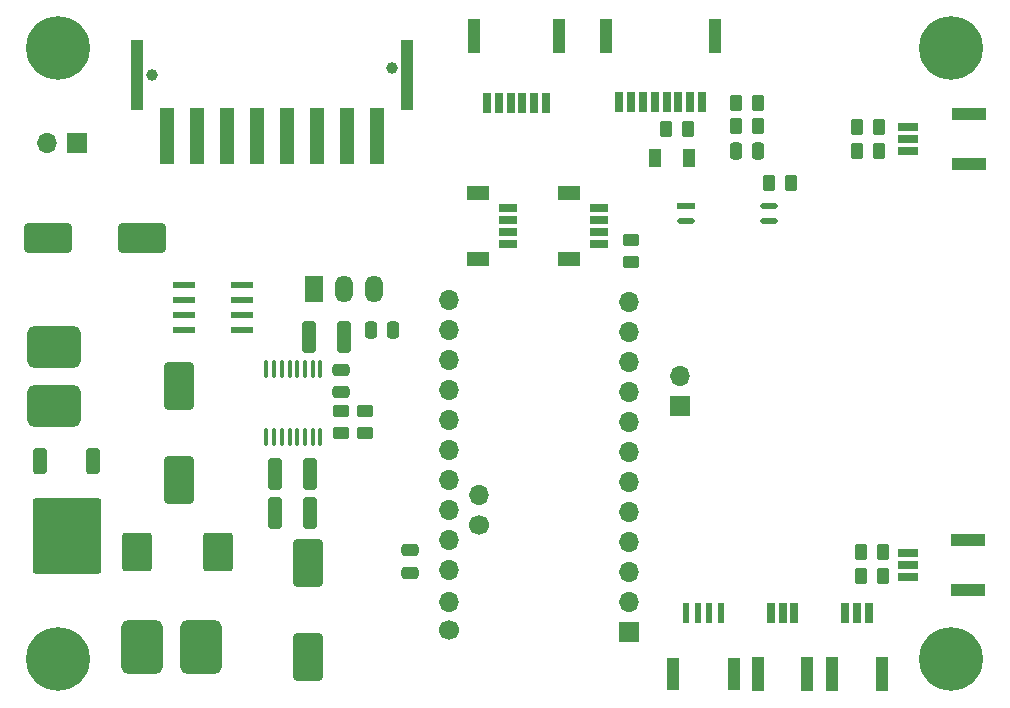
<source format=gts>
%TF.GenerationSoftware,KiCad,Pcbnew,8.0.4*%
%TF.CreationDate,2024-10-19T12:15:15-07:00*%
%TF.ProjectId,camera_controller,63616d65-7261-45f6-936f-6e74726f6c6c,1.0*%
%TF.SameCoordinates,Original*%
%TF.FileFunction,Soldermask,Top*%
%TF.FilePolarity,Negative*%
%FSLAX46Y46*%
G04 Gerber Fmt 4.6, Leading zero omitted, Abs format (unit mm)*
G04 Created by KiCad (PCBNEW 8.0.4) date 2024-10-19 12:15:15*
%MOMM*%
%LPD*%
G01*
G04 APERTURE LIST*
G04 Aperture macros list*
%AMRoundRect*
0 Rectangle with rounded corners*
0 $1 Rounding radius*
0 $2 $3 $4 $5 $6 $7 $8 $9 X,Y pos of 4 corners*
0 Add a 4 corners polygon primitive as box body*
4,1,4,$2,$3,$4,$5,$6,$7,$8,$9,$2,$3,0*
0 Add four circle primitives for the rounded corners*
1,1,$1+$1,$2,$3*
1,1,$1+$1,$4,$5*
1,1,$1+$1,$6,$7*
1,1,$1+$1,$8,$9*
0 Add four rect primitives between the rounded corners*
20,1,$1+$1,$2,$3,$4,$5,0*
20,1,$1+$1,$4,$5,$6,$7,0*
20,1,$1+$1,$6,$7,$8,$9,0*
20,1,$1+$1,$8,$9,$2,$3,0*%
G04 Aperture macros list end*
%ADD10R,1.549400X0.660400*%
%ADD11R,1.905000X1.295400*%
%ADD12R,2.895600X1.092200*%
%ADD13R,1.803400X0.660400*%
%ADD14RoundRect,0.250000X-0.262500X-0.450000X0.262500X-0.450000X0.262500X0.450000X-0.262500X0.450000X0*%
%ADD15R,0.600000X1.700000*%
%ADD16R,1.000000X2.800000*%
%ADD17R,1.092200X2.895600*%
%ADD18R,0.660400X1.701800*%
%ADD19RoundRect,0.250000X-1.000000X1.750000X-1.000000X-1.750000X1.000000X-1.750000X1.000000X1.750000X0*%
%ADD20RoundRect,0.250000X0.250000X0.475000X-0.250000X0.475000X-0.250000X-0.475000X0.250000X-0.475000X0*%
%ADD21RoundRect,0.250000X-0.325000X-1.100000X0.325000X-1.100000X0.325000X1.100000X-0.325000X1.100000X0*%
%ADD22RoundRect,0.250000X0.262500X0.450000X-0.262500X0.450000X-0.262500X-0.450000X0.262500X-0.450000X0*%
%ADD23R,1.500000X2.300000*%
%ADD24O,1.500000X2.300000*%
%ADD25R,1.700000X1.700000*%
%ADD26O,1.700000X1.700000*%
%ADD27C,1.000000*%
%ADD28R,1.300000X4.700000*%
%ADD29R,1.100000X6.000000*%
%ADD30RoundRect,0.250000X0.450000X-0.262500X0.450000X0.262500X-0.450000X0.262500X-0.450000X-0.262500X0*%
%ADD31C,0.800000*%
%ADD32C,5.400000*%
%ADD33R,0.660400X1.803400*%
%ADD34RoundRect,0.250000X1.000000X-1.750000X1.000000X1.750000X-1.000000X1.750000X-1.000000X-1.750000X0*%
%ADD35RoundRect,0.250000X-0.450000X0.262500X-0.450000X-0.262500X0.450000X-0.262500X0.450000X0.262500X0*%
%ADD36RoundRect,0.250000X-0.250000X-0.475000X0.250000X-0.475000X0.250000X0.475000X-0.250000X0.475000X0*%
%ADD37RoundRect,0.250000X1.750000X1.000000X-1.750000X1.000000X-1.750000X-1.000000X1.750000X-1.000000X0*%
%ADD38RoundRect,0.100000X0.100000X-0.637500X0.100000X0.637500X-0.100000X0.637500X-0.100000X-0.637500X0*%
%ADD39R,1.981200X0.558800*%
%ADD40RoundRect,0.500000X1.750000X-1.250000X1.750000X1.250000X-1.750000X1.250000X-1.750000X-1.250000X0*%
%ADD41RoundRect,0.250000X-0.475000X0.250000X-0.475000X-0.250000X0.475000X-0.250000X0.475000X0.250000X0*%
%ADD42C,1.700000*%
%ADD43RoundRect,0.250000X-1.000000X1.400000X-1.000000X-1.400000X1.000000X-1.400000X1.000000X1.400000X0*%
%ADD44RoundRect,0.500000X-1.250000X-1.750000X1.250000X-1.750000X1.250000X1.750000X-1.250000X1.750000X0*%
%ADD45RoundRect,0.250000X0.475000X-0.250000X0.475000X0.250000X-0.475000X0.250000X-0.475000X-0.250000X0*%
%ADD46R,1.104900X1.498600*%
%ADD47R,1.524000X0.508000*%
%ADD48O,1.524000X0.508000*%
%ADD49RoundRect,0.250000X-0.350000X0.850000X-0.350000X-0.850000X0.350000X-0.850000X0.350000X0.850000X0*%
%ADD50RoundRect,0.249997X-2.650003X2.950003X-2.650003X-2.950003X2.650003X-2.950003X2.650003X2.950003X0*%
G04 APERTURE END LIST*
D10*
%TO.C,J8*%
X69182201Y-40300000D03*
X69182201Y-39299999D03*
X69182201Y-38300001D03*
X69182201Y-37300000D03*
D11*
X66602201Y-41599999D03*
X66602201Y-36000001D03*
%TD*%
D10*
%TO.C,J7*%
X61482200Y-40297799D03*
X61482200Y-39297798D03*
X61482200Y-38297800D03*
X61482200Y-37297799D03*
D11*
X58902200Y-41597798D03*
X58902200Y-35997800D03*
%TD*%
D12*
%TO.C,J6*%
X100453600Y-65400002D03*
X100453600Y-69599998D03*
D13*
X95303600Y-68500001D03*
X95303600Y-67500000D03*
X95303600Y-66499999D03*
%TD*%
D14*
%TO.C,R25*%
X80787500Y-28350000D03*
X82612500Y-28350000D03*
%TD*%
D15*
%TO.C,J13*%
X76525000Y-71600000D03*
X77525000Y-71600000D03*
X78525000Y-71600000D03*
X79525000Y-71600000D03*
D16*
X75425000Y-76750000D03*
X80625000Y-76750000D03*
%TD*%
D17*
%TO.C,J10*%
X69800000Y-22691426D03*
X79000000Y-22666660D03*
D18*
X70900000Y-28300000D03*
X71900000Y-28300000D03*
X72900001Y-28300000D03*
X73899999Y-28300000D03*
X74900000Y-28300000D03*
X75900000Y-28300000D03*
X76900000Y-28300000D03*
X77900000Y-28300000D03*
%TD*%
D19*
%TO.C,C1*%
X44500000Y-67300000D03*
X44500000Y-75300000D03*
%TD*%
D20*
%TO.C,C4*%
X51750000Y-47600000D03*
X49850000Y-47600000D03*
%TD*%
D21*
%TO.C,C17*%
X41725000Y-59800000D03*
X44675000Y-59800000D03*
%TD*%
%TO.C,C16*%
X41725000Y-63100000D03*
X44675000Y-63100000D03*
%TD*%
D22*
%TO.C,R15*%
X92887500Y-32450000D03*
X91062500Y-32450000D03*
%TD*%
%TO.C,R18*%
X93212500Y-66400000D03*
X91387500Y-66400000D03*
%TD*%
D23*
%TO.C,U1*%
X45053000Y-44107500D03*
D24*
X47593000Y-44107500D03*
X50133000Y-44107500D03*
%TD*%
D25*
%TO.C,J16*%
X25000000Y-31800000D03*
D26*
X22460000Y-31800000D03*
%TD*%
D22*
%TO.C,R17*%
X93212500Y-68400000D03*
X91387500Y-68400000D03*
%TD*%
D27*
%TO.C,J9*%
X31370000Y-26000000D03*
X51690000Y-25400000D03*
D28*
X50420000Y-31150000D03*
X47880000Y-31150000D03*
X45340000Y-31150000D03*
X42800000Y-31150000D03*
X40260000Y-31150000D03*
X37720000Y-31150000D03*
X35180000Y-31150000D03*
X32640000Y-31150000D03*
D29*
X52960000Y-26000000D03*
X30100000Y-26000000D03*
%TD*%
D30*
%TO.C,R19*%
X47300000Y-56312500D03*
X47300000Y-54487500D03*
%TD*%
D31*
%TO.C,*%
X96915000Y-23735000D03*
X97508109Y-22303109D03*
X97508109Y-25166891D03*
X98940000Y-21710000D03*
D32*
X98940000Y-23735000D03*
D31*
X98940000Y-25760000D03*
X100371891Y-22303109D03*
X100371891Y-25166891D03*
X100965000Y-23735000D03*
%TD*%
D17*
%TO.C,J15*%
X93124996Y-76700000D03*
X88925000Y-76700000D03*
D33*
X90024997Y-71550000D03*
X91024998Y-71550000D03*
X92024999Y-71550000D03*
%TD*%
D34*
%TO.C,C2*%
X33600000Y-60300000D03*
X33600000Y-52300000D03*
%TD*%
D35*
%TO.C,R21*%
X71850000Y-39975000D03*
X71850000Y-41800000D03*
%TD*%
D14*
%TO.C,R26*%
X80787500Y-30350000D03*
X82612500Y-30350000D03*
%TD*%
D21*
%TO.C,C3*%
X44625000Y-48200000D03*
X47575000Y-48200000D03*
%TD*%
D31*
%TO.C,*%
X21375000Y-75415000D03*
X21968109Y-73983109D03*
X21968109Y-76846891D03*
X23400000Y-73390000D03*
D32*
X23400000Y-75415000D03*
D31*
X23400000Y-77440000D03*
X24831891Y-73983109D03*
X24831891Y-76846891D03*
X25425000Y-75415000D03*
%TD*%
D36*
%TO.C,C13*%
X80750000Y-32450000D03*
X82650000Y-32450000D03*
%TD*%
D37*
%TO.C,C20*%
X30500000Y-39800000D03*
X22500000Y-39800000D03*
%TD*%
D38*
%TO.C,U4*%
X41025000Y-56662500D03*
X41675000Y-56662500D03*
X42325000Y-56662500D03*
X42975000Y-56662500D03*
X43625000Y-56662500D03*
X44275000Y-56662500D03*
X44925000Y-56662500D03*
X45575000Y-56662500D03*
X45575000Y-50937500D03*
X44925000Y-50937500D03*
X44275000Y-50937500D03*
X43625000Y-50937500D03*
X42975000Y-50937500D03*
X42325000Y-50937500D03*
X41675000Y-50937500D03*
X41025000Y-50937500D03*
%TD*%
D12*
%TO.C,J5*%
X100478600Y-29350002D03*
X100478600Y-33549998D03*
D13*
X95328600Y-32450001D03*
X95328600Y-31450000D03*
X95328600Y-30449999D03*
%TD*%
D31*
%TO.C,*%
X96915000Y-75415000D03*
X97508109Y-73983109D03*
X97508109Y-76846891D03*
X98940000Y-73390000D03*
D32*
X98940000Y-75415000D03*
D31*
X98940000Y-77440000D03*
X100371891Y-73983109D03*
X100371891Y-76846891D03*
X100965000Y-75415000D03*
%TD*%
D39*
%TO.C,U6*%
X34036200Y-43816231D03*
X34036200Y-45086231D03*
X34036200Y-46356231D03*
X34036200Y-47626231D03*
X38963800Y-47626231D03*
X38963800Y-46356231D03*
X38963800Y-45086231D03*
X38963800Y-43816231D03*
%TD*%
D40*
%TO.C,J12*%
X23062500Y-54000000D03*
X23062500Y-49000000D03*
%TD*%
D41*
%TO.C,C22*%
X53200000Y-66250000D03*
X53200000Y-68150000D03*
%TD*%
D17*
%TO.C,J11*%
X58600000Y-22744226D03*
X65800000Y-22744226D03*
D18*
X59700000Y-28352800D03*
X60700000Y-28352800D03*
X61700001Y-28352800D03*
X62699999Y-28352800D03*
X63700000Y-28352800D03*
X64700000Y-28352800D03*
%TD*%
D14*
%TO.C,R28*%
X83587500Y-35175000D03*
X85412500Y-35175000D03*
%TD*%
D22*
%TO.C,R16*%
X92887500Y-30450000D03*
X91062500Y-30450000D03*
%TD*%
D25*
%TO.C,U3*%
X71725000Y-73125000D03*
D26*
X71725000Y-70585000D03*
X71725000Y-68045000D03*
X71725000Y-65505000D03*
X71725000Y-62965000D03*
X71725000Y-60425000D03*
X71725000Y-57885000D03*
X71725000Y-55345000D03*
X71725000Y-52805000D03*
X71725000Y-50265000D03*
X71725000Y-47725000D03*
X71725000Y-45185000D03*
X56485000Y-45055000D03*
X56485000Y-47595000D03*
X56485000Y-50135000D03*
X56485000Y-52675000D03*
X56485000Y-55215000D03*
X56485000Y-57755000D03*
X56485000Y-60295000D03*
X56485000Y-62835000D03*
X56485000Y-65375000D03*
X56485000Y-67915000D03*
X56485000Y-70585000D03*
D42*
X56485000Y-72995000D03*
D26*
X59025000Y-61565000D03*
D42*
X59025000Y-64105000D03*
%TD*%
D17*
%TO.C,J14*%
X86824996Y-76725000D03*
X82625000Y-76725000D03*
D33*
X83724997Y-71575000D03*
X84724998Y-71575000D03*
X85724999Y-71575000D03*
%TD*%
D31*
%TO.C,*%
X21375000Y-23735000D03*
X21968109Y-22303109D03*
X21968109Y-25166891D03*
X23400000Y-21710000D03*
D32*
X23400000Y-23735000D03*
D31*
X23400000Y-25760000D03*
X24831891Y-22303109D03*
X24831891Y-25166891D03*
X25425000Y-23735000D03*
%TD*%
D14*
%TO.C,R27*%
X74887500Y-30600000D03*
X76712500Y-30600000D03*
%TD*%
D43*
%TO.C,CR1*%
X36900000Y-66400000D03*
X30100000Y-66400000D03*
%TD*%
D44*
%TO.C,J1*%
X30500000Y-74400000D03*
X35500000Y-74400000D03*
%TD*%
D45*
%TO.C,C9*%
X47300000Y-52850000D03*
X47300000Y-50950000D03*
%TD*%
D25*
%TO.C,J17*%
X76050000Y-54000000D03*
D26*
X76050000Y-51460000D03*
%TD*%
D46*
%TO.C,CR2*%
X73908550Y-33000000D03*
X76791450Y-33000000D03*
%TD*%
D47*
%TO.C,U7*%
X76575400Y-37065000D03*
D48*
X76575400Y-38335000D03*
X83585800Y-38335000D03*
X83585800Y-37065000D03*
%TD*%
D30*
%TO.C,R20*%
X49400000Y-56312500D03*
X49400000Y-54487500D03*
%TD*%
D49*
%TO.C,Q1*%
X26380000Y-58700000D03*
D50*
X24100000Y-65000000D03*
D49*
X21820000Y-58700000D03*
%TD*%
M02*

</source>
